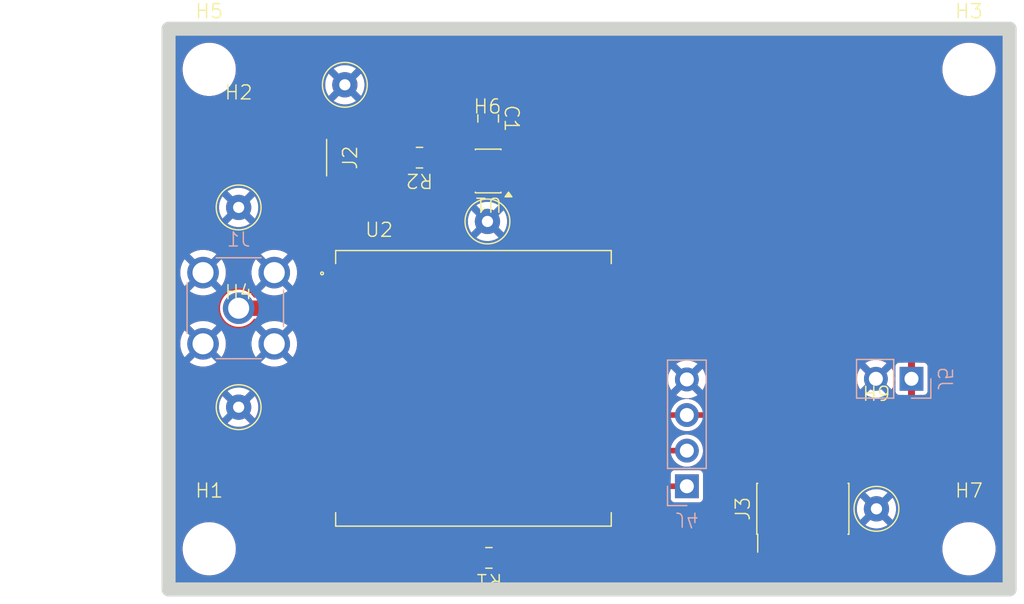
<source format=kicad_pcb>
(kicad_pcb (version 20241229) (generator "pcbnew") (generator_version "9.0")
  (title_block (title "Trimble RES 360 Carrier – Project Caroline") (date "2025-09-19") (rev "A") (company "B4CKSP4CE") (comment 1 "CERN-OHL-S") (comment 2 "@heyflo"))
  (layers (0 "F.Cu" signal) (2 "B.Cu" signal) (25 "Edge.Cuts" user))
  (net 0 "")
  (net 1 "GND")
  (net 2 "Net-(J1-In)")
  (net 3 "+3V3")
  (net 4 "/GNSS_1PPS")
  (net 5 "/GNSS_RXDA")
  (net 6 "/GNSS_TXDA")
  (net 7 "Net-(J2-In)")
  (net 15 "Net-(U2-SHORT)")
  (net 16 "Net-(R2-Pad1)")
  (footprint "BKSP:Hole_Via_0.8mm" (layer "F.Cu") (at 105 97)
    (property "Reference" "H4" (at 0 -8.2 0) (layer "F.SilkS") (effects (font (thickness 0.1))))
    (property "Value" "B.Cu Via")
    (pad "1" thru_hole circle (at 0 0) (size 1.8 1.8) (drill 0.8) (layers "*.Cu" "*.Mask") (net 1 "GND"))
  )
  (footprint "BKSP:Hole_Via_0.8mm" (layer "F.Cu") (at 105 82.75)
    (property "Reference" "H2" (at 0 -8.2 0) (layer "F.SilkS") (effects (font (thickness 0.1))))
    (property "Value" "B.Cu Via")
    (pad "1" thru_hole circle (at 0 0) (size 1.8 1.8) (drill 0.8) (layers "*.Cu" "*.Mask") (net 1 "GND"))
  )
  (footprint "Capacitor_SMD:C_0805_2012Metric" (layer "F.Cu") (at 122.8 76.4 -90)
    (property "Reference" "C1" (at 0 -1.68 270) (layer "F.SilkS") (effects (font (thickness 0.1))))
    (property "Value" "0.1uF 16V")
    (pad "1" smd roundrect (at -0.95 0 270) (size 1 1.45) (layers "F.Cu" "F.Mask" "F.Paste") (net 1 "GND"))
    (pad "2" smd roundrect (at 0.95 0 270) (size 1 1.45) (layers "F.Cu" "F.Mask" "F.Paste") (net 3 "+3V3"))
  )
  (footprint "Connector_PinHeader_1.27mm:PinHeader_2x05_P1.27mm_Vertical_SMD" (layer "F.Cu") (at 145.25 104.25 90)
    (property "Reference" "J3" (at 0 -4.285 90) (layer "F.SilkS") (effects (font (thickness 0.1))))
    (property "Value" "M12_Conn")
    (pad "1" smd rect (at -1.95 -2.54 90) (size 2.4 0.74) (layers "F.Cu" "F.Mask" "F.Paste"))
    (pad "2" smd rect (at 1.95 -2.54 90) (size 2.4 0.74) (layers "F.Cu" "F.Mask" "F.Paste"))
    (pad "3" smd rect (at -1.95 -1.27 90) (size 2.4 0.74) (layers "F.Cu" "F.Mask" "F.Paste") (net 3 "+3V3"))
    (pad "4" smd rect (at 1.95 -1.27 90) (size 2.4 0.74) (layers "F.Cu" "F.Mask" "F.Paste") (net 4 "/GNSS_1PPS"))
    (pad "5" smd rect (at -1.95 0 90) (size 2.4 0.74) (layers "F.Cu" "F.Mask" "F.Paste") (net 1 "GND"))
    (pad "6" smd rect (at 1.95 0 90) (size 2.4 0.74) (layers "F.Cu" "F.Mask" "F.Paste"))
    (pad "7" smd rect (at -1.95 1.27 90) (size 2.4 0.74) (layers "F.Cu" "F.Mask" "F.Paste"))
    (pad "8" smd rect (at 1.95 1.27 90) (size 2.4 0.74) (layers "F.Cu" "F.Mask" "F.Paste"))
    (pad "9" smd rect (at -1.95 2.54 90) (size 2.4 0.74) (layers "F.Cu" "F.Mask" "F.Paste"))
    (pad "10" smd rect (at 1.95 2.54 90) (size 2.4 0.74) (layers "F.Cu" "F.Mask" "F.Paste"))
  )
  (footprint "Resistor_SMD:R_0805_2012Metric" (layer "F.Cu") (at 122.85 107.75 180)
    (property "Reference" "R1" (at 0 -1.65 180) (layer "F.SilkS") (effects (font (thickness 0.1))))
    (property "Value" "10K")
    (pad "1" smd roundrect (at -0.9125 0 180) (size 1.025 1.4) (layers "F.Cu" "F.Mask" "F.Paste") (roundrect_rratio 0.243902) (net 3 "+3V3"))
    (pad "2" smd roundrect (at 0.9125 0 180) (size 1.025 1.4) (layers "F.Cu" "F.Mask" "F.Paste") (roundrect_rratio 0.243902) (net 15 "Net-(U2-SHORT)"))
  )
  (footprint "BKSP:Connector_RF_UFL_SMT160" (layer "F.Cu") (at 112.575 79.2 90)
    (property "Reference" "J2" (at 0 0.375 90) (layer "F.SilkS") (effects (font (thickness 0.1))))
    (property "Value" "PPS_OUT" (hide yes))
    (pad "1" smd rect (at 0 1.525 90) (size 1 1.05) (layers "F.Cu" "F.Mask" "F.Paste") (net 7 "Net-(J2-In)"))
    (pad "2" smd rect (at -1.475 0 90) (size 1.05 2.2) (layers "F.Cu" "F.Mask" "F.Paste") (net 1 "GND"))
    (pad "2" smd rect (at 1.475 0 90) (size 1.05 2.2) (layers "F.Cu" "F.Mask" "F.Paste") (net 1 "GND"))
    (zone (net 0) (net_name "") (layer "F.Cu") (connect_pads (clearance 0)) (min_thickness 0.25)
      (keepout (tracks not_allowed) (vias not_allowed) (pads allowed) (copperpour not_allowed) (footprints allowed))
      (fill (thermal_gap 0.5) (thermal_bridge_width 0.5))
      (polygon (pts (xy 111.475 80.5) (xy 111.475 79.7) (xy 110.275 79.7) (xy 110.275 78.7) (xy 111.475 78.7) (xy 111.475 77.9) (xy 113.875 77.9) (xy 113.875 80.5)))
    )
  )
  (footprint "BKSP:RF_GPS_ICM_SMT_360" (layer "F.Cu") (at 121.75 95.655)
    (property "Reference" "U2" (at -6.73182 -11.30438 0) (layer "F.SilkS") (effects (font (thickness 0.1))))
    (property "Value" "ICM_SMT_360")
    (pad "1" smd rect (at -9.18125 -8.255) (size 1.6525 0.762) (layers "F.Cu" "F.Mask" "F.Paste") (net 1 "GND"))
    (pad "2" smd rect (at -9.18125 -6.985) (size 1.6525 0.762) (layers "F.Cu" "F.Mask" "F.Paste") (net 1 "GND"))
    (pad "3" smd rect (at -9.18125 -5.715) (size 1.6525 0.762) (layers "F.Cu" "F.Mask" "F.Paste") (net 2 "Net-(J1-In)"))
    (pad "4" smd rect (at -9.18125 -4.445) (size 1.6525 0.762) (layers "F.Cu" "F.Mask" "F.Paste") (net 1 "GND"))
    (pad "5" smd rect (at -9.18125 -3.175) (size 1.6525 0.762) (layers "F.Cu" "F.Mask" "F.Paste") (net 1 "GND"))
    (pad "6" smd rect (at -9.18125 -1.905) (size 1.6525 0.762) (layers "F.Cu" "F.Mask" "F.Paste") (net 15 "Net-(U2-SHORT)"))
    (pad "7" smd rect (at -9.18125 -0.635) (size 1.6525 0.762) (layers "F.Cu" "F.Mask" "F.Paste"))
    (pad "8" smd rect (at -9.18125 0.635) (size 1.6525 0.762) (layers "F.Cu" "F.Mask" "F.Paste"))
    (pad "9" smd rect (at -9.18125 1.905) (size 1.6525 0.762) (layers "F.Cu" "F.Mask" "F.Paste"))
    (pad "10" smd rect (at -9.18125 3.175) (size 1.6525 0.762) (layers "F.Cu" "F.Mask" "F.Paste"))
    (pad "11" smd rect (at -9.18125 4.445) (size 1.6525 0.762) (layers "F.Cu" "F.Mask" "F.Paste"))
    (pad "12" smd rect (at -9.18125 5.715) (size 1.6525 0.762) (layers "F.Cu" "F.Mask" "F.Paste"))
    (pad "13" smd rect (at -9.18125 6.985) (size 1.6525 0.762) (layers "F.Cu" "F.Mask" "F.Paste"))
    (pad "14" smd rect (at -9.18125 8.255) (size 1.6525 0.762) (layers "F.Cu" "F.Mask" "F.Paste") (net 1 "GND"))
    (pad "15" smd rect (at 9.18125 8.255) (size 1.6525 0.762) (layers "F.Cu" "F.Mask" "F.Paste") (net 1 "GND"))
    (pad "16" smd rect (at 9.18125 6.985) (size 1.6525 0.762) (layers "F.Cu" "F.Mask" "F.Paste") (net 5 "/GNSS_RXDA"))
    (pad "17" smd rect (at 9.18125 5.715) (size 1.6525 0.762) (layers "F.Cu" "F.Mask" "F.Paste") (net 6 "/GNSS_TXDA"))
    (pad "18" smd rect (at 9.18125 4.445) (size 1.6525 0.762) (layers "F.Cu" "F.Mask" "F.Paste") (net 1 "GND"))
    (pad "19" smd rect (at 9.18125 3.175) (size 1.6525 0.762) (layers "F.Cu" "F.Mask" "F.Paste") (net 4 "/GNSS_1PPS"))
    (pad "20" smd rect (at 9.18125 1.905) (size 1.6525 0.762) (layers "F.Cu" "F.Mask" "F.Paste") (net 1 "GND"))
    (pad "21" smd rect (at 9.18125 0.635) (size 1.6525 0.762) (layers "F.Cu" "F.Mask" "F.Paste"))
    (pad "22" smd rect (at 9.18125 -0.635) (size 1.6525 0.762) (layers "F.Cu" "F.Mask" "F.Paste"))
    (pad "23" smd rect (at 9.18125 -1.905) (size 1.6525 0.762) (layers "F.Cu" "F.Mask" "F.Paste"))
    (pad "24" smd rect (at 9.18125 -3.175) (size 1.6525 0.762) (layers "F.Cu" "F.Mask" "F.Paste") (net 1 "GND"))
    (pad "25" smd rect (at 9.18125 -4.445) (size 1.6525 0.762) (layers "F.Cu" "F.Mask" "F.Paste"))
    (pad "26" smd rect (at 9.18125 -5.715) (size 1.6525 0.762) (layers "F.Cu" "F.Mask" "F.Paste") (net 1 "GND"))
    (pad "27" smd rect (at 9.18125 -6.985) (size 1.6525 0.762) (layers "F.Cu" "F.Mask" "F.Paste") (net 3 "+3V3"))
    (pad "28" smd rect (at 9.18125 -8.255) (size 1.6525 0.762) (layers "F.Cu" "F.Mask" "F.Paste") (net 1 "GND"))
  )
  (footprint "MountingHole:MountingHole_3.2mm_M3" (layer "F.Cu") (at 157.1 72.9)
    (property "Reference" "H3" (at 0 -4.15 0) (layer "F.SilkS") (effects (font (thickness 0.1))))
    (property "Value" "Dia 3.2")
    (pad "" np_thru_hole circle (at 0 0) (size 3.2 3.2) (drill 3.2) (layers "*.Cu" "*.Mask"))
  )
  (footprint "MountingHole:MountingHole_3.2mm_M3" (layer "F.Cu") (at 102.9 107.1)
    (property "Reference" "H1" (at 0 -4.15 0) (layer "F.SilkS") (effects (font (thickness 0.1))))
    (property "Value" "Dia 3.2")
    (pad "" np_thru_hole circle (at 0 0) (size 3.2 3.2) (drill 3.2) (layers "*.Cu" "*.Mask"))
  )
  (footprint "Resistor_SMD:R_0805_2012Metric" (layer "F.Cu") (at 117.9 79.2 180)
    (property "Reference" "R2" (at 0 -1.65 180) (layer "F.SilkS") (effects (font (thickness 0.1))))
    (property "Value" "22R")
    (pad "1" smd roundrect (at -0.9125 0 180) (size 1.025 1.4) (layers "F.Cu" "F.Mask" "F.Paste") (roundrect_rratio 0.243902) (net 16 "Net-(R2-Pad1)"))
    (pad "2" smd roundrect (at 0.9125 0 180) (size 1.025 1.4) (layers "F.Cu" "F.Mask" "F.Paste") (roundrect_rratio 0.243902) (net 7 "Net-(J2-In)"))
  )
  (footprint "MountingHole:MountingHole_3.2mm_M3" (layer "F.Cu") (at 102.9 72.9)
    (property "Reference" "H5" (at 0 -4.15 0) (layer "F.SilkS") (effects (font (thickness 0.1))))
    (property "Value" "Dia 3.2")
    (pad "" np_thru_hole circle (at 0 0) (size 3.2 3.2) (drill 3.2) (layers "*.Cu" "*.Mask"))
  )
  (footprint "BKSP:Hole_Via_0.8mm" (layer "F.Cu") (at 150.5 104.25)
    (property "Reference" "H9" (at 0 -8.2 0) (layer "F.SilkS") (effects (font (thickness 0.1))))
    (property "Value" "B.Cu Via")
    (pad "1" thru_hole circle (at 0 0) (size 1.8 1.8) (drill 0.8) (layers "*.Cu" "*.Mask") (net 1 "GND"))
  )
  (footprint "MountingHole:MountingHole_3.2mm_M3" (layer "F.Cu") (at 157.1 107.1)
    (property "Reference" "H7" (at 0 -4.15 0) (layer "F.SilkS") (effects (font (thickness 0.1))))
    (property "Value" "Dia 3.2")
    (pad "" np_thru_hole circle (at 0 0) (size 3.2 3.2) (drill 3.2) (layers "*.Cu" "*.Mask"))
  )
  (footprint "BKSP:Hole_Via_0.8mm" (layer "F.Cu") (at 122.75 83.75)
    (property "Reference" "H6" (at 0 -8.2 0) (layer "F.SilkS") (effects (font (thickness 0.1))))
    (property "Value" "B.Cu Via")
    (pad "1" thru_hole circle (at 0 0) (size 1.8 1.8) (drill 0.8) (layers "*.Cu" "*.Mask") (net 1 "GND"))
  )
  (footprint "BKSP:Hole_Via_0.8mm" (layer "F.Cu") (at 112.575 74)
    (property "Reference" "H8" (at 0 -8.2 0) (layer "F.SilkS") (effects (font (thickness 0.1))))
    (property "Value" "B.Cu Via")
    (pad "1" thru_hole circle (at 0 0) (size 1.8 1.8) (drill 0.8) (layers "*.Cu" "*.Mask") (net 1 "GND"))
  )
  (footprint "Package_TO_SOT_SMD:SOT-23-6" (layer "F.Cu") (at 122.8 80.15 180)
    (property "Reference" "U1" (at 0 -2.4 180) (layer "F.SilkS") (effects (font (thickness 0.1))))
    (property "Value" "74LVC2G17")
    (pad "1" smd roundrect (at -1.1375 -0.95 180) (size 1.325 0.6) (layers "F.Cu" "F.Mask" "F.Paste") (net 1 "GND"))
    (pad "2" smd roundrect (at -1.1375 0 180) (size 1.325 0.6) (layers "F.Cu" "F.Mask" "F.Paste") (net 1 "GND"))
    (pad "3" smd roundrect (at -1.1375 0.95 180) (size 1.325 0.6) (layers "F.Cu" "F.Mask" "F.Paste") (net 4 "/GNSS_1PPS"))
    (pad "4" smd roundrect (at 1.1375 0.95 180) (size 1.325 0.6) (layers "F.Cu" "F.Mask" "F.Paste") (net 16 "Net-(R2-Pad1)"))
    (pad "5" smd roundrect (at 1.1375 0 180) (size 1.325 0.6) (layers "F.Cu" "F.Mask" "F.Paste") (net 3 "+3V3"))
    (pad "6" smd roundrect (at 1.1375 -0.95 180) (size 1.325 0.6) (layers "F.Cu" "F.Mask" "F.Paste"))
  )
  (footprint "Connector_Coaxial:SMA_Molex_73251-2200_Horizontal" (layer "B.Cu") (at 105 89.94 -90)
    (property "Reference" "J1" (at -4.9 0 0) (layer "B.SilkS") (effects (font (thickness 0.1)) (justify mirror)))
    (property "Value" "ANT")
    (pad "1" thru_hole circle (at 0 0 270) (size 2.25 2.25) (drill 1.5) (layers "*.Cu" "*.Mask") (net 2 "Net-(J1-In)"))
    (pad "2" thru_hole circle (at -2.54 -2.54 270) (size 2.25 2.25) (drill 1.5) (layers "*.Cu" "*.Mask") (net 1 "GND"))
    (pad "2" thru_hole circle (at -2.54 2.54 270) (size 2.25 2.25) (drill 1.5) (layers "*.Cu" "*.Mask") (net 1 "GND"))
    (pad "2" thru_hole circle (at 2.54 -2.54 180) (size 2.25 2.25) (drill 1.5) (layers "*.Cu" "*.Mask") (net 1 "GND"))
    (pad "2" thru_hole circle (at 2.54 2.54 270) (size 2.25 2.25) (drill 1.5) (layers "*.Cu" "*.Mask") (net 1 "GND"))
  )
  (footprint "Connector_PinHeader_2.54mm:PinHeader_1x04_P2.54mm_Vertical" (layer "B.Cu") (at 136.975 102.64)
    (property "Reference" "J4" (at 0 2.38 180) (layer "B.SilkS") (effects (font (thickness 0.1)) (justify mirror)))
    (property "Value" "RPi_Conn")
    (pad "1" thru_hole rect (at 0 0) (size 1.7 1.7) (drill 1) (layers "*.Cu" "*.Mask") (net 5 "/GNSS_RXDA"))
    (pad "2" thru_hole circle (at 0 -2.54) (size 1.7 1.7) (drill 1) (layers "*.Cu" "*.Mask") (net 6 "/GNSS_TXDA"))
    (pad "3" thru_hole circle (at 0 -5.08) (size 1.7 1.7) (drill 1) (layers "*.Cu" "*.Mask") (net 4 "/GNSS_1PPS"))
    (pad "4" thru_hole circle (at 0 -7.62) (size 1.7 1.7) (drill 1) (layers "*.Cu" "*.Mask") (net 1 "GND"))
  )
  (footprint "Connector_PinHeader_2.54mm:PinHeader_1x02_P2.54mm_Vertical" (layer "B.Cu") (at 153 94.975 90)
    (property "Reference" "J5" (at 0 2.38 270) (layer "B.SilkS") (effects (font (thickness 0.1)) (justify mirror)))
    (property "Value" "EXT_PWR")
    (pad "1" thru_hole rect (at 0 0 90) (size 1.7 1.7) (drill 1) (layers "*.Cu" "*.Mask") (net 3 "+3V3"))
    (pad "2" thru_hole circle (at 0 -2.54 90) (size 1.7 1.7) (drill 1) (layers "*.Cu" "*.Mask") (net 1 "GND"))
  )
  (gr_poly (pts (xy 145.492241 85.212093) (xy 145.51307 85.213314) (xy 145.534105 85.215573) (xy 145.555261 85.218845) (xy 145.576454 85.223104) (xy 145.5976 85.228324) (xy 145.618613 85.23448) (xy 145.639409 85.241545) (xy 145.659903 85.249493) (xy 145.680011 85.2583) (xy 145.699648 85.267938) (xy 145.71873 85.278383) (xy 145.737171 85.289608) (xy 145.754888 85.301587) (xy 145.771795 85.314295) (xy 145.787809 85.327706) (xy 145.802843 85.341794) (xy 145.816815 85.356533) (xy 145.829638 85.371897) (xy 145.841229 85.387861) (xy 145.851503 85.404398) (xy 145.860376 85.421483) (xy 145.867762 85.43909) (xy 145.877706 85.468586) (xy 145.884481 85.497493) (xy 145.888224 85.525739) (xy 145.889073 85.553254) (xy 145.887165 85.579965) (xy 145.882637 85.605801) (xy 145.875627 85.63069) (xy 145.866273 85.65456) (xy 145.854713 85.67734) (xy 145.841084 85.698958) (xy 145.825523 85.719342) (xy 145.808169 85.738421) (xy 145.789158 85.756122) (xy 145.768628 85.772375) (xy 145.746718 85.787107) (xy 145.723564 85.800247) (xy 145.699304 85.811722) (xy 145.674076 85.821463) (xy 145.648017 85.829395) (xy 145.621265 85.835449) (xy 145.593958 85.839552) (xy 145.566233 85.841632) (xy 145.538227 85.841618) (xy 145.510078 85.839438) (xy 145.481925 85.835021) (xy 145.453903 85.828294) (xy 145.426152 85.819187) (xy 145.398809 85.807626) (xy 145.37201 85.793542) (xy 145.345895 85.776861) (xy 145.320599 85.757512) (xy 145.296262 85.735424) (xy 145.279421 85.718347) (xy 145.26456 85.702654) (xy 145.25159 85.688078) (xy 145.240424 85.674349) (xy 145.230973 85.6612) (xy 145.22315 85.64836) (xy 145.219822 85.641972) (xy 145.216867 85.635561) (xy 145.214276 85.629093) (xy 145.212036 85.622535) (xy 145.210138 85.615853) (xy 145.208569 85.609013) (xy 145.20732 85.601982) (xy 145.206379 85.594726) (xy 145.205378 85.579406) (xy 145.205476 85.562783) (xy 145.206588 85.54459) (xy 145.208625 85.524557) (xy 145.211499 85.502415) (xy 145.215122 85.477896) (xy 145.218092 85.461953) (xy 145.221682 85.445933) (xy 145.225851 85.429922) (xy 145.230557 85.41401) (xy 145.235759 85.398284) (xy 145.241416 85.382832) (xy 145.247486 85.367742) (xy 145.253929 85.353101) (xy 145.260702 85.338998) (xy 145.267764 85.32552) (xy 145.275075 85.312755) (xy 145.282592 85.300791) (xy 145.290275 85.289716) (xy 145.298081 85.279617) (xy 145.30597 85.270583) (xy 145.313901 85.262702) (xy 145.328015 85.252114) (xy 145.343182 85.242823) (xy 145.359316 85.234804) (xy 145.376333 85.22803) (xy 145.394149 85.222476) (xy 145.412678 85.218115) (xy 145.431836 85.214923) (xy 145.451539 85.212872) (xy 145.471702 85.211937)) (fill yes) (layer "F.Cu"))
  (gr_poly (pts (xy 139.5 81.75) (xy 139.526919 81.752784) (xy 139.595429 81.763146) (xy 139.678573 81.778801) (xy 139.770439 81.798424) (xy 139.865118 81.820693) (xy 139.956695 81.844285) (xy 140.03926 81.867877) (xy 140.106901 81.890147) (xy 140.241591 81.945303) (xy 140.413818 82.023816) (xy 140.609196 82.118288) (xy 140.813339 82.221317) (xy 141.011859 82.325503) (xy 141.19037 82.423447) (xy 141.334485 82.507748) (xy 141.389149 82.542471) (xy 141.429818 82.571007) (xy 141.592095 82.694479) (xy 141.867262 82.595702) (xy 141.933365 82.573559) (xy 142.003013 82.55217) (xy 142.150918 82.512028) (xy 142.306925 82.476019) (xy 142.466984 82.44489) (xy 142.627044 82.419382) (xy 142.783051 82.400241) (xy 142.930956 82.388211) (xy 143.000604 82.385095) (xy 143.066706 82.384035) (xy 143.294138 82.390843) (xy 143.559934 82.410053) (xy 143.850534 82.439846) (xy 144.15238 82.478403) (xy 144.45191 82.523906) (xy 144.735566 82.574535) (xy 144.989786 82.628472) (xy 145.101621 82.656112) (xy 145.201012 82.683896) (xy 145.239914 82.695678) (xy 145.286671 82.712008) (xy 145.339546 82.732141) (xy 145.396803 82.755334) (xy 145.456707 82.780841) (xy 145.51752 82.80792) (xy 145.577506 82.835825) (xy 145.634928 82.863813) (xy 145.906568 82.99434) (xy 146.001818 82.920257) (xy 146.124325 82.828156) (xy 146.282717 82.715921) (xy 146.464921 82.591533) (xy 146.658866 82.462969) (xy 146.85248 82.338208) (xy 147.033692 82.22523) (xy 147.19043 82.132013) (xy 147.310623 82.066535) (xy 147.372215 82.035896) (xy 147.430133 82.008782) (xy 147.484589 81.985161) (xy 147.535794 81.965002) (xy 147.583961 81.948274) (xy 147.629301 81.934947) (xy 147.650977 81.929548) (xy 147.672026 81.924989) (xy 147.692475 81.921263) (xy 147.712349 81.918369) (xy 147.731675 81.916301) (xy 147.75048 81.915056) (xy 147.76879 81.914631) (xy 147.786632 81.91502) (xy 147.804032 81.916221) (xy 147.821017 81.918229) (xy 147.837612 81.921041) (xy 147.853846 81.924653) (xy 147.869743 81.92906) (xy 147.885332 81.934259) (xy 147.900637 81.940247) (xy 147.915686 81.947018) (xy 147.930504 81.95457) (xy 147.94512 81.962898) (xy 147.959558 81.971999) (xy 147.973846 81.981869) (xy 148.002505 82.004593) (xy 148.027665 82.028226) (xy 148.049384 82.05343) (xy 148.067718 82.080867) (xy 148.082724 82.111198) (xy 148.094459 82.145083) (xy 148.102979 82.183186) (xy 148.108342 82.226167) (xy 148.110605 82.274688) (xy 148.109824 82.32941) (xy 148.106056 82.390994) (xy 148.099357 82.460103) (xy 148.089786 82.537397) (xy 148.077398 82.623538) (xy 148.044401 82.825008) (xy 147.944797 83.386475) (xy 147.842877 83.943313) (xy 147.75617 84.399609) (xy 147.724 84.560082) (xy 147.702206 84.659452) (xy 147.692456 84.702221) (xy 147.684402 84.743471) (xy 147.678083 84.783584) (xy 147.673543 84.822942) (xy 147.670821 84.861929) (xy 147.66996 84.900925) (xy 147.671001 84.940315) (xy 147.673984 84.980479) (xy 147.678952 85.021802) (xy 147.685946 85.064664) (xy 147.695006 85.109448) (xy 147.706175 85.156538) (xy 147.719494 85.206314) (xy 147.735004 85.25916) (xy 147.752746 85.315459) (xy 147.772762 85.375591) (xy 147.7984 85.457357) (xy 147.822426 85.544208) (xy 147.844882 85.636598) (xy 147.865807 85.734983) (xy 147.885244 85.839817) (xy 147.903235 85.951555) (xy 147.919819 86.070652) (xy 147.93504 86.197563) (xy 147.953851 86.389907) (xy 147.966466 86.570659) (xy 147.972642 86.740715) (xy 147.972136 86.900968) (xy 147.964706 87.052312) (xy 147.950108 87.195641) (xy 147.9281 87.331849) (xy 147.898439 87.46183) (xy 147.880662 87.524765) (xy 147.860881 87.586478) (xy 147.839066 87.647081) (xy 147.815185 87.706687) (xy 147.761106 87.823351) (xy 147.698403 87.937364) (xy 147.626832 88.04962) (xy 147.546151 88.161013) (xy 147.456116 88.272437) (xy 147.356484 88.384786) (xy 147.30843 88.435698) (xy 147.258299 88.486491) (xy 147.206245 88.537047) (xy 147.152424 88.587246) (xy 147.096991 88.63697) (xy 147.0401 88.6861) (xy 146.981907 88.734516) (xy 146.922567 88.782101) (xy 146.801066 88.874298) (xy 146.739214 88.918674) (xy 146.676836 88.961742) (xy 146.614085 89.003383) (xy 146.551117 89.04348) (xy 146.488087 89.081913) (xy 146.425151 89.118562) (xy 146.224067 89.231452) (xy 146.407511 89.474868) (xy 146.500061 89.604789) (xy 146.618737 89.778698) (xy 146.747336 89.974434) (xy 146.810292 90.073564) (xy 146.869651 90.16984) (xy 146.991029 90.361829) (xy 147.113068 90.552163) (xy 147.221878 90.718024) (xy 147.266981 90.784645) (xy 147.303568 90.83659) (xy 147.337432 90.885896) (xy 147.367612 90.93206) (xy 147.394144 90.975248) (xy 147.417063 91.015624) (xy 147.427179 91.03481) (xy 147.436406 91.053355) (xy 147.444748 91.07128) (xy 147.45221 91.088605) (xy 147.458795 91.105352) (xy 147.46451 91.12154) (xy 147.469357 91.137192) (xy 147.473342 91.152326) (xy 147.476469 91.166964) (xy 147.478743 91.181127) (xy 147.480168 91.194835) (xy 147.480749 91.208109) (xy 147.48049 91.220969) (xy 147.479396 91.233437) (xy 147.477471 91.245533) (xy 147.47472 91.257277) (xy 147.471147 91.268691) (xy 147.466757 91.279794) (xy 147.461555 91.290608) (xy 147.455544 91.301154) (xy 147.44873 91.311451) (xy 147.441117 91.321521) (xy 147.432709 91.331384) (xy 147.423512 91.341062) (xy 147.409454 91.35429) (xy 147.395055 91.36619) (xy 147.380305 91.376757) (xy 147.365193 91.385986) (xy 147.349709 91.393871) (xy 147.333843 91.400407) (xy 147.317583 91.405589) (xy 147.300921 91.409413) (xy 147.283846 91.411872) (xy 147.266346 91.412961) (xy 147.248413 91.412676) (xy 147.230035 91.411011) (xy 147.211202 91.407961) (xy 147.191905 91.403521) (xy 147.172131 91.397686) (xy 147.151873 91.39045) (xy 147.138885 91.381907) (xy 147.119909 91.36311) (xy 147.064836 91.296082) (xy 146.988348 91.192013) (xy 146.89214 91.053548) (xy 146.777907 90.883333) (xy 146.647345 90.684013) (xy 146.344012 90.208646) (xy 146.265415 90.085987) (xy 146.18686 89.968206) (xy 146.110042 89.857536) (xy 146.036654 89.756208) (xy 145.968393 89.666457) (xy 145.936714 89.626619) (xy 145.906953 89.590513) (xy 145.879321 89.558417) (xy 145.85403 89.53061) (xy 145.831291 89.507371) (xy 145.811318 89.488979) (xy 145.796767 89.477152) (xy 145.783385 89.466786) (xy 145.770932 89.457857) (xy 145.759172 89.450339) (xy 145.747867 89.444206) (xy 145.742311 89.441651) (xy 145.736779 89.439432) (xy 145.731242 89.437546) (xy 145.72567 89.435991) (xy 145.720034 89.434763) (xy 145.714303 89.433858) (xy 145.708449 89.433273) (xy 145.70244 89.433006) (xy 145.696248 89.433053) (xy 145.689843 89.43341) (xy 145.676275 89.435044) (xy 145.661497 89.437882) (xy 145.645272 89.441898) (xy 145.627363 89.447067) (xy 145.607531 89.453362) (xy 145.58554 89.460758) (xy 145.497635 89.485659) (xy 145.369133 89.514446) (xy 145.208385 89.545713) (xy 145.023741 89.578056) (xy 144.823554 89.610068) (xy 144.616173 89.640343) (xy 144.409949 89.667477) (xy 144.213234 89.690063) (xy 144.089718 89.70132) (xy 143.957009 89.710003) (xy 143.670232 89.719938) (xy 143.365348 89.720448) (xy 143.0548 89.712111) (xy 142.751032 89.695506) (xy 142.466488 89.671211) (xy 142.213611 89.639806) (xy 142.102937 89.621617) (xy 142.004845 89.601869) (xy 141.855259 89.56451) (xy 141.663423 89.511359) (xy 141.445624 89.447459) (xy 141.218151 89.377854) (xy 140.997293 89.307588) (xy 140.799338 89.241704) (xy 140.640574 89.185246) (xy 140.53729 89.143257) (xy 140.521847 89.139605) (xy 140.504534 89.141983) (xy 140.485216 89.150551) (xy 140.463758 89.165471) (xy 140.440026 89.186902) (xy 140.413887 89.215005) (xy 140.385205 89.249939) (xy 140.353846 89.291865) (xy 140.319675 89.340943) (xy 140.28256 89.397333) (xy 140.198954 89.532691) (xy 140.101954 89.69922) (xy 139.990485 89.898202) (xy 139.878615 90.105031) (xy 139.758974 90.33311) (xy 139.63801 90.569292) (xy 139.522172 90.80043) (xy 139.41791 91.013378) (xy 139.331672 91.19499) (xy 139.269908 91.332118) (xy 139.25022 91.379893) (xy 139.239068 91.411617) (xy 139.235977 91.421113) (xy 139.232033 91.431027) (xy 139.227293 91.441282) (xy 139.221815 91.451801) (xy 139.215654 91.462506) (xy 139.208868 91.473319) (xy 139.201514 91.484163) (xy 139.193648 91.494961) (xy 139.185327 91.505635) (xy 139.176608 91.516107) (xy 139.167549 91.5263) (xy 139.158205 91.536137) (xy 139.148633 91.545539) (xy 139.138891 91.55443) (xy 139.129036 91.562732) (xy 139.119123 91.570368) (xy 139.10813 91.578264) (xy 139.096988 91.585422) (xy 139.085716 91.591844) (xy 139.07433 91.597535) (xy 139.062849 91.602501) (xy 139.05129 91.606745) (xy 139.039671 91.610272) (xy 139.028008 91.613087) (xy 139.016319 91.615193) (xy 139.004621 91.616596) (xy 138.992933 91.6173) (xy 138.981271 91.61731) (xy 138.969654 91.61663) (xy 138.958097 91.615265) (xy 138.946619 91.613218) (xy 138.935238 91.610496) (xy 138.92397 91.607101) (xy 138.912834 91.603039) (xy 138.901846 91.598315) (xy 138.891024 91.592932) (xy 138.880385 91.586896) (xy 138.869947 91.58021) (xy 138.859728 91.57288) (xy 138.849745 91.56491) (xy 138.840014 91.556304) (xy 138.830555 91.547067) (xy 138.821383 91.537203) (xy 138.812517 91.526718) (xy 138.803974 91.515614) (xy 138.795771 91.503898) (xy 138.787926 91.491573) (xy 138.780457 91.478645) (xy 138.771899 91.462725) (xy 138.764913 91.447529) (xy 138.759745 91.432291) (xy 138.756644 91.416247) (xy 138.755859 91.398633) (xy 138.757637 91.378682) (xy 138.762225 91.355631) (xy 138.769873 91.328714) (xy 138.780829 91.297168) (xy 138.79534 91.260226) (xy 138.836019 91.167098) (xy 138.893897 91.043213) (xy 138.970957 90.882451) (xy 139.097888 90.627149) (xy 139.234327 90.360065) (xy 139.374901 90.091244) (xy 139.514235 89.830733) (xy 139.646953 89.588577) (xy 139.767683 89.374823) (xy 139.87105 89.199516) (xy 139.951679 89.072702) (xy 140.09279 88.864562) (xy 139.962262 88.744618) (xy 139.894893 88.675537) (xy 139.827952 88.597113) (xy 139.761786 88.51009) (xy 139.696742 88.415212) (xy 139.633165 88.313223) (xy 139.571402 88.204868) (xy 139.5118 88.090891) (xy 139.454703 87.972035) (xy 139.400459 87.849045) (xy 139.349414 87.722665) (xy 139.301914 87.59364) (xy 139.258305 87.462712) (xy 139.218934 87.330627) (xy 139.184146 87.198129) (xy 139.154288 87.065961) (xy 139.129707 86.934868) (xy 139.113753 86.821958) (xy 139.102945 86.706769) (xy 139.097306 86.589254) (xy 139.097032 86.516627) (xy 139.558979 86.516627) (xy 139.560817 86.616289) (xy 139.567151 86.712618) (xy 139.579561 86.819098) (xy 139.597971 86.930121) (xy 139.621931 87.044606) (xy 139.650991 87.161473) (xy 139.684702 87.279642) (xy 139.722615 87.398034) (xy 139.764279 87.515567) (xy 139.809245 87.631163) (xy 139.857064 87.743741) (xy 139.907285 87.852221) (xy 139.959461 87.955523) (xy 140.013139 88.052567) (xy 140.067873 88.142273) (xy 140.12321 88.223561) (xy 140.178703 88.295351) (xy 140.233901 88.356562) (xy 140.271802 88.393034) (xy 140.312539 88.429557) (xy 140.355808 88.465935) (xy 140.401305 88.501973) (xy 140.448724 88.537473) (xy 140.497761 88.572239) (xy 140.54811 88.606075) (xy 140.599467 88.638785) (xy 140.651527 88.670171) (xy 140.703984 88.700039) (xy 140.756535 88.72819) (xy 140.808874 88.75443) (xy 140.860696 88.778561) (xy 140.911696 88.800387) (xy 140.96157 88.819713) (xy 141.010012 88.83634) (xy 141.416926 88.965339) (xy 141.745829 89.063992) (xy 141.888378 89.103206) (xy 142.020245 89.136353) (xy 142.144371 89.16394) (xy 142.263696 89.186472) (xy 142.381161 89.204458) (xy 142.499706 89.218402) (xy 142.622271 89.228811) (xy 142.751797 89.236192) (xy 143.043493 89.243895) (xy 143.398317 89.245563) (xy 143.741504 89.242028) (xy 144.056248 89.231176) (xy 144.345856 89.212634) (xy 144.482268 89.200364) (xy 144.613637 89.186031) (xy 144.740375 89.16959) (xy 144.862896 89.150995) (xy 144.981614 89.130197) (xy 145.096942 89.107152) (xy 145.209294 89.081813) (xy 145.319082 89.054132) (xy 145.426721 89.024064) (xy 145.532623 88.991562) (xy 145.683642 88.939825) (xy 145.832098 88.881443) (xy 145.977495 88.816798) (xy 146.119336 88.746272) (xy 146.257126 88.670247) (xy 146.390369 88.589106) (xy 146.518568 88.503232) (xy 146.641227 88.413007) (xy 146.75785 88.318813) (xy 146.867942 88.221033) (xy 146.971005 88.120048) (xy 147.066545 88.016242) (xy 147.154064 87.909997) (xy 147.233067 87.801696) (xy 147.303057 87.69172) (xy 147.363539 87.580452) (xy 147.402323 87.491213) (xy 147.435349 87.390916) (xy 147.46265 87.280656) (xy 147.484256 87.161528) (xy 147.500198 87.034628) (xy 147.510507 86.901051) (xy 147.515215 86.761894) (xy 147.514352 86.61825) (xy 147.507949 86.471217) (xy 147.496038 86.321889) (xy 147.478649 86.171363) (xy 147.455813 86.020733) (xy 147.427561 85.871095) (xy 147.393925 85.723545) (xy 147.354935 85.579178) (xy 147.310623 85.43909) (xy 147.266884 85.304408) (xy 147.250006 85.242692) (xy 147.236539 85.1825) (xy 147.226545 85.122163) (xy 147.220086 85.060013) (xy 147.217223 84.99438) (xy 147.218019 84.923594) (xy 147.222535 84.845987) (xy 147.230834 84.75989) (xy 147.242978 84.663633) (xy 147.259029 84.555548) (xy 147.303099 84.297214) (xy 147.363539 83.971535) (xy 147.420755 83.673934) (xy 147.47731 83.371372) (xy 147.564623 82.895563) (xy 147.593286 82.739128) (xy 147.619304 82.601875) (xy 147.640029 82.497696) (xy 147.647581 82.462349) (xy 147.652817 82.44048) (xy 147.655399 82.431351) (xy 147.656441 82.423833) (xy 147.656343 82.420692) (xy 147.655809 82.41797) (xy 147.654823 82.415671) (xy 147.653368 82.413801) (xy 147.651428 82.412365) (xy 147.648984 82.411369) (xy 147.646022 82.410817) (xy 147.642523 82.410714) (xy 147.63385 82.411879) (xy 147.622831 82.414904) (xy 147.609331 82.41983) (xy 147.593217 82.4267) (xy 147.574353 82.435553) (xy 147.552606 82.446433) (xy 147.499923 82.474435) (xy 147.434095 82.511036) (xy 147.285308 82.596302) (xy 147.12354 82.695747) (xy 146.954993 82.805033) (xy 146.785866 82.919816) (xy 146.622362 83.035758) (xy 146.470681 83.148516) (xy 146.337025 83.25375) (xy 146.278894 83.302189) (xy 146.227595 83.347119) (xy 146.181379 83.388182) (xy 146.138987 83.42411) (xy 146.099944 83.454972) (xy 146.08153 83.468527) (xy 146.063774 83.480843) (xy 146.046618 83.491929) (xy 146.030002 83.501795) (xy 146.013866 83.510448) (xy 145.998152 83.517899) (xy 145.982799 83.524156) (xy 145.967749 83.529228) (xy 145.952942 83.533125) (xy 145.938318 83.535855) (xy 145.923818 83.537427) (xy 145.909382 83.537851) (xy 145.894952 83.537135) (xy 145.880467 83.53529) (xy 145.865869 83.532322) (xy 145.851098 83.528243) (xy 145.836094 83.52306) (xy 145.820798 83.516782) (xy 145.805151 83.50942) (xy 145.789093 83.500981) (xy 145.772565 83.491476) (xy 145.755507 83.480912) (xy 145.719564 83.456646) (xy 145.680789 83.428257) (xy 145.611021 83.379365) (xy 145.531589 83.331967) (xy 145.442835 83.28615) (xy 145.345099 83.242002) (xy 145.238723 83.199611) (xy 145.124048 83.159065) (xy 145.001415 83.120451) (xy 144.871164 83.083858) (xy 144.733638 83.049374) (xy 144.589177 83.017085) (xy 144.438121 82.987081) (xy 144.280813 82.959449) (xy 143.948802 82.911651) (xy 143.595873 82.874396) (xy 143.481293 82.865592) (xy 143.370288 82.859031) (xy 143.262715 82.854723) (xy 143.158429 82.852678) (xy 143.057284 82.852908) (xy 142.959137 82.855421) (xy 142.863842 82.860228) (xy 142.771255 82.867341) (xy 142.681231 82.876768) (xy 142.593626 82.888521) (xy 142.508294 82.90261) (xy 142.425092 82.919045) (xy 142.343874 82.937836) (xy 142.264495 82.958994) (xy 142.186812 82.982529) (xy 142.110679 83.008451) (xy 142.056942 83.026738) (xy 141.997625 83.044281) (xy 141.934752 83.060666) (xy 141.870349 83.07548) (xy 141.806443 83.088309) (xy 141.745058 83.098741) (xy 141.688221 83.106362) (xy 141.66214 83.108989) (xy 141.637957 83.110758) (xy 141.565865 83.115023) (xy 141.535536 83.11616) (xy 141.508366 83.116435) (xy 141.483862 83.115697) (xy 141.472456 83.114901) (xy 141.461533 83.113796) (xy 141.451031 83.112363) (xy 141.440889 83.110583) (xy 141.431046 83.108437) (xy 141.421439 83.105907) (xy 141.412008 83.102974) (xy 141.402692 83.099619) (xy 141.393428 83.095823) (xy 141.384156 83.091568) (xy 141.374815 83.086835) (xy 141.365342 83.081606) (xy 141.345757 83.069582) (xy 141.324912 83.055346) (xy 141.302315 83.038748) (xy 141.277475 83.019639) (xy 141.249901 82.997868) (xy 141.205439 82.967242) (xy 141.140264 82.926817) (xy 141.057479 82.878372) (xy 140.960182 82.823685) (xy 140.851476 82.764532) (xy 140.73446 82.702693) (xy 140.612235 82.639944) (xy 140.487901 82.578063) (xy 140.365855 82.518566) (xy 140.247737 82.462583) (xy 140.136481 82.411313) (xy 140.035023 82.365955) (xy 139.946298 82.327708) (xy 139.873241 82.29777) (xy 139.818788 82.27734) (xy 139.799455 82.271066) (xy 139.785873 82.267618) (xy 139.687096 82.249979) (xy 139.704735 82.786202) (xy 139.708956 82.896319) (xy 139.715028 83.003202) (xy 139.722981 83.107004) (xy 139.732846 83.207882) (xy 139.744655 83.305989) (xy 139.758437 83.401482) (xy 139.774224 83.494515) (xy 139.792047 83.585243) (xy 139.811937 83.673822) (xy 139.833926 83.760406) (xy 139.858043 83.84515) (xy 139.88432 83.92821) (xy 139.912789 84.00974) (xy 139.94348 84.089895) (xy 139.976423 84.168831) (xy 140.011651 84.246702) (xy 140.032404 84.293135) (xy 140.052 84.339031) (xy 140.069942 84.38319) (xy 140.085734 84.424414) (xy 140.098881 84.461504) (xy 140.104307 84.478124) (xy 140.108885 84.493261) (xy 140.112555 84.506765) (xy 140.115252 84.518486) (xy 140.116916 84.528274) (xy 140.117484 84.53598) (xy 140.116752 84.54347) (xy 140.114604 84.553901) (xy 140.10635 84.582778) (xy 140.0933 84.620998) (xy 140.076033 84.666948) (xy 140.055128 84.719017) (xy 140.031164 84.775593) (xy 140.00472 84.835062) (xy 139.976373 84.895813) (xy 139.920695 85.018807) (xy 139.86879 85.141579) (xy 139.820708 85.263907) (xy 139.776503 85.385568) (xy 139.736224 85.50634) (xy 139.699925 85.626001) (xy 139.667657 85.744329) (xy 139.639471 85.861101) (xy 139.615419 85.976096) (xy 139.595553 86.089091) (xy 139.579924 86.199863) (xy 139.568584 86.308192) (xy 139.561586 86.413854) (xy 139.558979 86.516627) (xy 139.097032 86.516627) (xy 139.096854 86.469367) (xy 139.101612 86.347062) (xy 139.111599 86.222292) (xy 139.126837 86.09501) (xy 139.147346 85.965171) (xy 139.173146 85.832726) (xy 139.204259 85.697631) (xy 139.240704 85.559839) (xy 139.282504 85.419302) (xy 139.329677 85.275975) (xy 139.382246 85.129811) (xy 139.440231 84.980763) (xy 139.503651 84.828785) (xy 139.523632 84.781677) (xy 139.541292 84.739323) (xy 139.55671 84.701351) (xy 139.569962 84.66739) (xy 139.581127 84.637066) (xy 139.590282 84.610008) (xy 139.594129 84.597588) (xy 139.597503 84.585844) (xy 139.600414 84.574731) (xy 139.60287 84.564202) (xy 139.604882 84.55421) (xy 139.606459 84.54471) (xy 139.607611 84.535653) (xy 139.608348 84.526995) (xy 139.608679 84.518688) (xy 139.608614 84.510686) (xy 139.608163 84.502942) (xy 139.607335 84.49541) (xy 139.60614 84.488044) (xy 139.604588 84.480796) (xy 139.602689 84.473621) (xy 139.600451 84.466471) (xy 139.597886 84.459301) (xy 139.595002 84.452064) (xy 139.588318 84.437202) (xy 139.548231 84.341711) (xy 139.505746 84.22559) (xy 139.462434 84.094339) (xy 139.419866 83.953455) (xy 139.379614 83.808437) (xy 139.343248 83.664784) (xy 139.312338 83.527993) (xy 139.288457 83.403563) (xy 139.273898 83.311496) (xy 139.261943 83.216701) (xy 139.252552 83.117441) (xy 139.245682 83.01198) (xy 139.241293 82.898581) (xy 139.239343 82.775508) (xy 139.239791 82.641026) (xy 139.242596 82.493397) (xy 139.253179 81.918368) (xy 139.351957 81.833702) (xy 139.361948 81.825193) (xy 139.372028 81.816897) (xy 139.382118 81.808859) (xy 139.39214 81.801125) (xy 139.402018 81.793743) (xy 139.411674 81.786759) (xy 139.42103 81.78022) (xy 139.430009 81.774171) (xy 139.438533 81.76866) (xy 139.446525 81.763732) (xy 139.453907 81.759435) (xy 139.460601 81.755815) (xy 139.466531 81.752919) (xy 139.471619 81.750792) (xy 139.475786 81.749482) (xy 139.477501 81.749148) (xy 139.478957 81.749035)) (fill yes) (layer "F.Cu"))
  (gr_poly (pts (xy 142.666657 86.333589) (xy 142.678783 86.334541) (xy 142.690755 86.336241) (xy 142.702553 86.338688) (xy 142.714157 86.341884) (xy 142.725548 86.345831) (xy 142.736705 86.35053) (xy 142.747608 86.355982) (xy 142.758237 86.362189) (xy 142.768572 86.369151) (xy 142.778593 86.37687) (xy 142.78828 86.385348) (xy 142.797614 86.394585) (xy 142.806573 86.404584) (xy 142.815138 86.415344) (xy 142.823289 86.426868) (xy 142.841686 86.457874) (xy 142.848668 86.471486) (xy 142.854047 86.484415) (xy 142.857732 86.497097) (xy 142.85891 86.50348) (xy 142.859629 86.509964) (xy 142.859877 86.516603) (xy 142.859644 86.523452) (xy 142.858917 86.530563) (xy 142.857686 86.537993) (xy 142.85366 86.554023) (xy 142.847474 86.571976) (xy 142.839036 86.592284) (xy 142.828251 86.615384) (xy 142.815027 86.641708) (xy 142.799271 86.67169) (xy 142.75979 86.744368) (xy 142.741674 86.778965) (xy 142.725656 86.810135) (xy 142.711684 86.838091) (xy 142.699707 86.863045) (xy 142.694451 86.874462) (xy 142.689673 86.885208) (xy 142.685369 86.895309) (xy 142.681531 86.904792) (xy 142.678153 86.913684) (xy 142.675228 86.92201) (xy 142.67275 86.929798) (xy 142.670713 86.937073) (xy 142.66911 86.943863) (xy 142.667935 86.950193) (xy 142.667181 86.95609) (xy 142.666841 86.961581) (xy 142.66691 86.966693) (xy 142.66738 86.971451) (xy 142.668246 86.975882) (xy 142.669501 86.980013) (xy 142.671138 86.98387) (xy 142.673151 86.987479) (xy 142.675533 86.990868) (xy 142.678279 86.994062) (xy 142.681381 86.997088) (xy 142.684833 86.999973) (xy 142.688629 87.002743) (xy 142.692762 87.005424) (xy 142.706709 87.013497) (xy 142.721409 87.020526) (xy 142.736828 87.02652) (xy 142.752934 87.031489) (xy 142.769694 87.035443) (xy 142.787074 87.038391) (xy 142.805042 87.040343) (xy 142.823565 87.041308) (xy 142.862144 87.040318) (xy 142.902548 87.035499) (xy 142.944512 87.026929) (xy 142.987772 87.014684) (xy 143.032067 86.998843) (xy 143.077131 86.979482) (xy 143.122702 86.95668) (xy 143.168516 86.930514) (xy 143.214309 86.901061) (xy 143.259818 86.868399) (xy 143.304779 86.832605) (xy 143.348929 86.793757) (xy 143.385123 86.762047) (xy 143.402608 86.747708) (xy 143.419705 86.734378) (xy 143.43643 86.722055) (xy 143.452798 86.710739) (xy 143.468826 86.700428) (xy 143.484527 86.691121) (xy 143.499919 86.682816) (xy 143.515017 86.675513) (xy 143.529835 86.66921) (xy 143.544389 86.663905) (xy 143.558696 86.659597) (xy 143.57277 86.656286) (xy 143.586627 86.653969) (xy 143.600283 86.652646) (xy 143.613752 86.652315) (xy 143.627051 86.652975) (xy 143.640195 86.654625) (xy 143.653199 86.657263) (xy 143.66608 86.660887) (xy 143.678851 86.665498) (xy 143.69153 86.671093) (xy 143.704132 86.677671) (xy 143.716671 86.685231) (xy 143.729164 86.693772) (xy 143.741625 86.703292) (xy 143.754072 86.71379) (xy 143.766518 86.725264) (xy 143.77898 86.737714) (xy 143.791473 86.751138) (xy 143.804012 86.765535) (xy 143.831991 86.79846) (xy 143.859175 86.828511) (xy 143.885759 86.855793) (xy 143.91194 86.880408) (xy 143.937914 86.90246) (xy 143.963878 86.922053) (xy 143.990028 86.939288) (xy 144.016561 86.954271) (xy 144.043672 86.967104) (xy 144.071558 86.977891) (xy 144.100416 86.986734) (xy 144.130442 86.993738) (xy 144.161832 86.999006) (xy 144.194782 87.00264) (xy 144.22949 87.004745) (xy 144.266151 87.005424) (xy 144.307062 87.004779) (xy 144.343907 87.002744) (xy 144.376834 86.999168) (xy 144.391876 86.996757) (xy 144.405994 86.993903) (xy 144.419208 86.990591) (xy 144.431537 86.986799) (xy 144.442999 86.98251) (xy 144.453612 86.977705) (xy 144.463396 86.972365) (xy 144.47237 86.966471) (xy 144.480552 86.960005) (xy 144.48796 86.952948) (xy 144.494614 86.945282) (xy 144.500532 86.936986) (xy 144.505733 86.928044) (xy 144.510236 86.918435) (xy 144.514059 86.908142) (xy 144.517222 86.897145) (xy 144.519742 86.885427) (xy 144.521639 86.872967) (xy 144.522931 86.859747) (xy 144.523638 86.84575) (xy 144.523777 86.830955) (xy 144.523368 86.815344) (xy 144.52098 86.7816) (xy 144.516623 86.744368) (xy 144.514266 86.725806) (xy 144.512487 86.707823) (xy 144.511284 86.690421) (xy 144.510656 86.673599) (xy 144.510602 86.657359) (xy 144.511119 86.6417) (xy 144.512208 86.626624) (xy 144.513867 86.612132) (xy 144.516094 86.598223) (xy 144.518888 86.584899) (xy 144.522248 86.57216) (xy 144.526173 86.560008) (xy 144.530661 86.548441) (xy 144.535711 86.537462) (xy 144.541321 86.527071) (xy 144.547491 86.517268) (xy 144.554219 86.508054) (xy 144.561504 86.49943) (xy 144.569344 86.491396) (xy 144.577739 86.483954) (xy 144.586687 86.477103) (xy 144.596186 86.470844) (xy 144.606235 86.465179) (xy 144.616834 86.460107) (xy 144.62798 86.455629) (xy 144.639673 86.451746) (xy 144.651911 86.448459) (xy 144.664693 86.445768) (xy 144.678018 86.443674) (xy 144.691884 86.442178) (xy 144.706289 86.441279) (xy 144.721234 86.44098) (xy 144.751153 86.442688) (xy 144.779385 86.447699) (xy 144.805918 86.455845) (xy 144.83074 86.466956) (xy 144.853838 86.480862) (xy 144.875201 86.497395) (xy 144.894816 86.516385) (xy 144.912671 86.537663) (xy 144.928753 86.561059) (xy 144.943051 86.586406) (xy 144.955551 86.613532) (xy 144.966242 86.64227) (xy 144.975112 86.672449) (xy 144.982147 86.703901) (xy 144.987337 86.736456) (xy 144.990668 86.769945) (xy 144.992128 86.804199) (xy 144.991706 86.839048) (xy 144.989388 86.874324) (xy 144.985163 86.909857) (xy 144.979018 86.945478) (xy 144.970941 86.981017) (xy 144.960919 87.016306) (xy 144.948941 87.051175) (xy 144.934994 87.085455) (xy 144.919066 87.118976) (xy 144.901144 87.15157) (xy 144.881217 87.183067) (xy 144.859272 87.213298) (xy 144.835297 87.242093) (xy 144.809279 87.269284) (xy 144.781206 87.294702) (xy 144.756484 87.314287) (xy 144.730648 87.332692) (xy 144.675883 87.36596) (xy 144.617418 87.394494) (xy 144.555759 87.418284) (xy 144.491414 87.43732) (xy 144.424887 87.451591) (xy 144.356686 87.461088) (xy 144.287318 87.465799) (xy 144.217287 87.465714) (xy 144.147102 87.460824) (xy 144.077268 87.451118) (xy 144.008292 87.436584) (xy 143.940681 87.417214) (xy 143.874939 87.392997) (xy 143.811576 87.363922) (xy 143.751095 87.329979) (xy 143.567651 87.217091) (xy 143.412429 87.319396) (xy 143.363942 87.349313) (xy 143.314503 87.376254) (xy 143.264274 87.400259) (xy 143.213419 87.421371) (xy 143.162102 87.43963) (xy 143.110486 87.455078) (xy 143.058734 87.467756) (xy 143.00701 87.477705) (xy 142.955477 87.484967) (xy 142.904299 87.489584) (xy 142.853638 87.491596) (xy 142.80366 87.491045) (xy 142.754526 87.487972) (xy 142.7064 87.482418) (xy 142.659447 87.474426) (xy 142.613828 87.464035) (xy 142.569708 87.451288) (xy 142.52725 87.436226) (xy 142.486618 87.418891) (xy 142.447974 87.399322) (xy 142.411483 87.377563) (xy 142.377307 87.353654) (xy 142.345611 87.327637) (xy 142.316558 87.299552) (xy 142.29031 87.269442) (xy 142.267032 87.237348) (xy 142.246886 87.20331) (xy 142.230037 87.167371) (xy 142.216648 87.129571) (xy 142.206882 87.089953) (xy 142.200903 87.048556) (xy 142.198873 87.005424) (xy 142.20037 86.976061) (xy 142.20473 86.943819) (xy 142.211756 86.909128) (xy 142.221252 86.872416) (xy 142.233022 86.834112) (xy 142.24687 86.794646) (xy 142.262599 86.754446) (xy 142.280012 86.713941) (xy 142.298913 86.67356) (xy 142.319107 86.633732) (xy 142.340396 86.594886) (xy 142.362584 86.557451) (xy 142.385475 86.521856) (xy 142.408872 86.488529) (xy 142.43258 86.457899) (xy 142.456401 86.430396) (xy 142.468076 86.418852) (xy 142.479939 86.408032) (xy 142.491968 86.397939) (xy 142.504143 86.388573) (xy 142.516445 86.379935) (xy 142.528854 86.372027) (xy 142.541349 86.364851) (xy 142.553911 86.358407) (xy 142.566519 86.352697) (xy 142.579154 86.347722) (xy 142.591795 86.343484) (xy 142.604423 86.339983) (xy 142.617017 86.337221) (xy 142.629557 86.335199) (xy 142.642024 86.333919) (xy 142.654397 86.333382)) (fill yes) (layer "F.Cu"))
  (gr_poly (pts (xy 141.460666 85.141689) (xy 141.478855 85.144101) (xy 141.497262 85.147785) (xy 141.515973 85.152735) (xy 141.535077 85.158945) (xy 141.554661 85.166412) (xy 141.574814 85.175128) (xy 141.595623 85.185091) (xy 141.62183 85.200117) (xy 141.645576 85.216666) (xy 141.6669 85.234606) (xy 141.685844 85.253807) (xy 141.702446 85.274136) (xy 141.716748 85.295464) (xy 141.728789 85.317658) (xy 141.738609 85.340589) (xy 141.746248 85.364123) (xy 141.751747 85.388132) (xy 141.755144 85.412482) (xy 141.756482 85.437044) (xy 141.755799 85.461686) (xy 141.753135 85.486277) (xy 141.748531 85.510686) (xy 141.742026 85.534782) (xy 141.733661 85.558433) (xy 141.723476 85.581508) (xy 141.711511 85.603877) (xy 141.697805 85.625408) (xy 141.682399 85.64597) (xy 141.665333 85.665433) (xy 141.646647 85.683663) (xy 141.626381 85.700532) (xy 141.604575 85.715907) (xy 141.581269 85.729658) (xy 141.556504 85.741653) (xy 141.530318 85.751761) (xy 141.502753 85.759851) (xy 141.473848 85.765792) (xy 141.443643 85.769452) (xy 141.412179 85.770702) (xy 141.402749 85.770365) (xy 141.393001 85.769372) (xy 141.382971 85.767748) (xy 141.372691 85.76552) (xy 141.362198 85.762713) (xy 141.351524 85.759354) (xy 141.340704 85.755467) (xy 141.329772 85.751078) (xy 141.307711 85.740902) (xy 141.285613 85.72903) (xy 141.263753 85.71567) (xy 141.242405 85.701028) (xy 141.221842 85.685312) (xy 141.202338 85.668727) (xy 141.184168 85.651481) (xy 141.167605 85.63378) (xy 141.152922 85.615831) (xy 141.146372 85.606828) (xy 141.140395 85.597841) (xy 141.135025 85.588894) (xy 141.130297 85.580016) (xy 141.126244 85.57123) (xy 141.122901 85.562563) (xy 141.120643 85.553199) (xy 141.119144 85.543013) (xy 141.118376 85.532067) (xy 141.118312 85.520429) (xy 141.118925 85.508163) (xy 141.120188 85.495334) (xy 141.124555 85.46825) (xy 141.131195 85.439698) (xy 141.139892 85.4102) (xy 141.150429 85.380278) (xy 141.162589 85.350455) (xy 141.176154 85.321252) (xy 141.190907 85.293191) (xy 141.206633 85.266794) (xy 141.223112 85.242582) (xy 141.240129 85.221079) (xy 141.248771 85.211506) (xy 141.257467 85.202805) (xy 141.266188 85.195043) (xy 141.274907 85.188283) (xy 141.283599 85.182592) (xy 141.292234 85.178035) (xy 141.312423 85.168774) (xy 141.332039 85.16083) (xy 141.351169 85.154199) (xy 141.369901 85.148876) (xy 141.388322 85.144855) (xy 141.406522 85.14213) (xy 141.424587 85.140698) (xy 141.442606 85.140553)) (fill yes) (layer "F.Cu"))
  (gr_poly (pts (xy 143.665661 85.951332) (xy 143.671409 85.953136) (xy 143.677653 85.955834) (xy 143.684343 85.959371) (xy 143.691432 85.963695) (xy 143.706612 85.974486) (xy 143.722805 85.987778) (xy 143.739623 86.003142) (xy 143.756679 86.02015) (xy 143.773585 86.038372) (xy 143.789953 86.057379) (xy 143.805397 86.076744) (xy 143.819528 86.096035) (xy 143.831959 86.114826) (xy 143.842302 86.132686) (xy 143.850169 86.149187) (xy 143.853054 86.156794) (xy 143.855174 86.1639) (xy 143.856482 86.170452) (xy 143.856929 86.176396) (xy 143.856562 86.183471) (xy 143.855482 86.190784) (xy 143.853719 86.198305) (xy 143.851306 86.206003) (xy 143.848273 86.213849) (xy 143.84465 86.221812) (xy 143.84047 86.229861) (xy 143.835762 86.237967) (xy 143.824889 86.254225) (xy 143.81228 86.270344) (xy 143.798183 86.28608) (xy 143.782845 86.301191) (xy 143.766516 86.315434) (xy 143.749442 86.328566) (xy 143.731872 86.340344) (xy 143.714054 86.350525) (xy 143.705129 86.354941) (xy 143.696236 86.358867) (xy 143.687404 86.362271) (xy 143.678665 86.365125) (xy 143.670051 86.367398) (xy 143.661591 86.369059) (xy 143.653318 86.370078) (xy 143.645262 86.370424) (xy 143.636895 86.370077) (xy 143.628351 86.369056) (xy 143.619658 86.367389) (xy 143.610845 86.365105) (xy 143.601942 86.362231) (xy 143.592978 86.358797) (xy 143.583982 86.35483) (xy 143.574982 86.35036) (xy 143.566008 86.345414) (xy 143.557089 86.340021) (xy 143.539532 86.328008) (xy 143.522543 86.314548) (xy 143.506356 86.299868) (xy 143.491201 86.284197) (xy 143.477313 86.26776) (xy 143.464924 86.250786) (xy 143.459364 86.242169) (xy 143.454266 86.233502) (xy 143.449658 86.224815) (xy 143.445571 86.216135) (xy 143.442033 86.207492) (xy 143.439073 86.198913) (xy 143.43672 86.190428) (xy 143.435003 86.182063) (xy 143.433952 86.173849) (xy 143.433595 86.165813) (xy 143.4341 86.158818) (xy 143.434947 86.151735) (xy 143.436128 86.144579) (xy 143.437633 86.137363) (xy 143.439453 86.130104) (xy 143.441579 86.122815) (xy 143.446714 86.108211) (xy 143.452965 86.093668) (xy 143.46026 86.079306) (xy 143.468527 86.065244) (xy 143.477692 86.051601) (xy 143.487685 86.038495) (xy 143.498432 86.026045) (xy 143.509861 86.014371) (xy 143.5219 86.00359) (xy 143.528125 85.998572) (xy 143.534476 85.993823) (xy 143.540943 85.989356) (xy 143.547518 85.985187) (xy 143.55419 85.98133) (xy 143.560952 85.977801) (xy 143.567793 85.974614) (xy 143.574706 85.971785) (xy 143.585717 85.967837) (xy 143.597306 85.964013) (xy 143.609061 85.960437) (xy 143.620567 85.957233) (xy 143.631413 85.954525) (xy 143.641183 85.952437) (xy 143.645536 85.951665) (xy 143.649465 85.951094) (xy 143.652919 85.95074) (xy 143.655845 85.950618) (xy 143.660457 85.950475)) (fill yes) (layer "F.Cu"))
  (gr_rect (start 100 70) (end 160 110) (stroke (width 1)) (fill no) (layer "Edge.Cuts"))
  (gr_line (start 100 91.69) (end 100 110) (stroke (width 0.05)) (layer "Edge.Cuts"))
  (segment (start 105 89.94) (end 110.4 89.94) (width 1.1) (layer "F.Cu") (net 2))
  (segment (start 112.56875 89.94) (end 110.4 89.94) (width 0.4) (layer "F.Cu") (net 2))
  (segment (start 130.93125 88.67) (end 127 88.67) (width 0.5) (layer "F.Cu") (net 3))
  (segment (start 143.98 106.2) (end 143.98 109) (width 0.5) (layer "F.Cu") (net 3))
  (segment (start 143.98 109) (end 127 109) (width 0.5) (layer "F.Cu") (net 3))
  (segment (start 153 109) (end 153 77.35) (width 0.5) (layer "F.Cu") (net 3))
  (segment (start 143.98 109) (end 153 109) (width 0.5) (layer "F.Cu") (net 3))
  (segment (start 121.6625 80.15) (end 122.8 80.15) (width 0.4) (layer "F.Cu") (net 3))
  (segment (start 122.8 80.15) (end 122.8 77.35) (width 0.4) (layer "F.Cu") (net 3))
  (segment (start 153 77.35) (end 122.8 77.35) (width 0.5) (layer "F.Cu") (net 3))
  (segment (start 127 88.67) (end 127 107.75) (width 0.5) (layer "F.Cu") (net 3))
  (segment (start 127 107.75) (end 127 109) (width 0.5) (layer "F.Cu") (net 3))
  (segment (start 123.7625 107.75) (end 127 107.75) (width 0.4) (layer "F.Cu") (net 3))
  (segment (start 132.45 79.2) (end 133.94 80.69) (width 0.4) (layer "F.Cu") (net 4))
  (segment (start 123.9375 79.2) (end 132.45 79.2) (width 0.4) (layer "F.Cu") (net 4))
  (segment (start 133.94 80.69) (end 133.94 97.56) (width 0.4) (layer "F.Cu") (net 4))
  (segment (start 142.36 97.56) (end 143.98 99.18) (width 0.4) (layer "F.Cu") (net 4))
  (segment (start 143.98 99.18) (end 143.98 102.3) (width 0.4) (layer "F.Cu") (net 4))
  (segment (start 132.67 98.83) (end 133.94 97.56) (width 0.4) (layer "F.Cu") (net 4))
  (segment (start 133.94 97.56) (end 136.975 97.56) (width 0.4) (layer "F.Cu") (net 4))
  (segment (start 130.93125 98.83) (end 132.67 98.83) (width 0.4) (layer "F.Cu") (net 4))
  (segment (start 136.975 97.56) (end 142.36 97.56) (width 0.4) (layer "F.Cu") (net 4))
  (segment (start 130.93125 102.64) (end 136.975 102.64) (width 0.4) (layer "F.Cu") (net 5))
  (segment (start 130.93125 101.37) (end 132.93 101.37) (width 0.4) (layer "F.Cu") (net 6))
  (segment (start 134.2 100.1) (end 136.975 100.1) (width 0.4) (layer "F.Cu") (net 6))
  (segment (start 132.93 101.37) (end 134.2 100.1) (width 0.4) (layer "F.Cu") (net 6))
  (segment (start 114.1 79.2) (end 116.9875 79.2) (width 0.4) (layer "F.Cu") (net 7))
  (segment (start 121.9375 94.1875) (end 121.9375 107.75) (width 0.4) (layer "F.Cu") (net 15))
  (segment (start 121.5 93.75) (end 121.9375 94.1875) (width 0.4) (layer "F.Cu") (net 15))
  (segment (start 112.56875 93.75) (end 121.5 93.75) (width 0.4) (layer "F.Cu") (net 15))
  (segment (start 118.8125 79.2) (end 121.6625 79.2) (width 0.4) (layer "F.Cu") (net 16))
  (zone (net 1) (net_name "GND") (layer "F.Cu") (name "GND") (priority 1) (connect_pads (clearance 0.2)) (min_thickness 0.025) (fill yes (thermal_gap 0.5) (thermal_bridge_width 0.5))
    (polygon (pts (xy 100.75 85.69) (xy 114.6 85.69) (xy 114.6 93.1) (xy 111 93.1) (xy 111 94.4) (xy 100.75 94.4)))
  )
  (zone (net 0) (net_name "") (layer "F.Cu") (connect_pads (clearance 0)) (min_thickness 0.25)
    (keepout (tracks allowed) (vias allowed) (pads not_allowed) (copperpour not_allowed) (footprints allowed))
    (fill (thermal_gap 0.5) (thermal_bridge_width 0.5))
    (polygon (pts (xy 105 90.69) (xy 104.876555 90.67977) (xy 104.756476 90.649362) (xy 104.64304 90.599605) (xy 104.539341 90.531855) (xy 104.448208 90.447961) (xy 104.372126 90.350211) (xy 104.313171 90.241271) (xy 104.27295 90.124114) (xy 104.252562 90.001934) (xy 104.252562 89.878066) (xy 104.27295 89.755886) (xy 104.313171 89.638729) (xy 104.372126 89.529789) (xy 104.448208 89.432039) (xy 104.539341 89.348145) (xy 104.64304 89.280395) (xy 104.756476 89.230638) (xy 104.876555 89.20023) (xy 105 89.19) (xy 110.4 89.19) (xy 110.523445 89.20023) (xy 110.643524 89.230638) (xy 110.75696 89.280395) (xy 110.860659 89.348145) (xy 110.951792 89.432039) (xy 111.027874 89.529789) (xy 111.086829 89.638729) (xy 111.12705 89.755886) (xy 111.147438 89.878066) (xy 111.147438 90.001934) (xy 111.12705 90.124114) (xy 111.086829 90.241271) (xy 111.027874 90.350211) (xy 110.951792 90.447961) (xy 110.860659 90.531855) (xy 110.75696 90.599605) (xy 110.643524 90.649362) (xy 110.523445 90.67977) (xy 110.4 90.69)))
  )
  (zone (net 1) (net_name "GND") (layers "F.Cu" "B.Cu") (name "GND") (connect_pads (clearance 0.3)) (min_thickness 0.025) (fill yes (thermal_gap 0.5) (thermal_bridge_width 0.5) (island_removal_mode 2) (island_area_min 10))
    (polygon (pts (xy 100 70) (xy 160 70) (xy 160 110) (xy 100 110)))
  )
)
</source>
